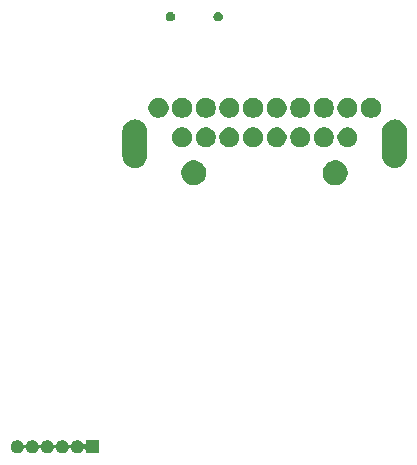
<source format=gbs>
G04 #@! TF.GenerationSoftware,KiCad,Pcbnew,(5.0.1)-4*
G04 #@! TF.CreationDate,2019-04-22T09:15:48+02:00*
G04 #@! TF.ProjectId,wiihdmi_wmi,77696968646D695F776D692E6B696361,rev?*
G04 #@! TF.SameCoordinates,Original*
G04 #@! TF.FileFunction,Soldermask,Bot*
G04 #@! TF.FilePolarity,Negative*
%FSLAX46Y46*%
G04 Gerber Fmt 4.6, Leading zero omitted, Abs format (unit mm)*
G04 Created by KiCad (PCBNEW (5.0.1)-4) date 22.04.2019 09:15:48*
%MOMM*%
%LPD*%
G01*
G04 APERTURE LIST*
%ADD10C,0.100000*%
G04 APERTURE END LIST*
D10*
G36*
X58782015Y-87594973D02*
X58885879Y-87626479D01*
X58981600Y-87677644D01*
X59065501Y-87746499D01*
X59134356Y-87830400D01*
X59185521Y-87926121D01*
X59189383Y-87938854D01*
X59198760Y-87961493D01*
X59212374Y-87981867D01*
X59229701Y-87999194D01*
X59250076Y-88012808D01*
X59272715Y-88022186D01*
X59296748Y-88026966D01*
X59321252Y-88026966D01*
X59345286Y-88022185D01*
X59367925Y-88012808D01*
X59388299Y-87999194D01*
X59405626Y-87981867D01*
X59419240Y-87961492D01*
X59428617Y-87938854D01*
X59432479Y-87926121D01*
X59483644Y-87830400D01*
X59552499Y-87746499D01*
X59636400Y-87677644D01*
X59732121Y-87626479D01*
X59835985Y-87594973D01*
X59916933Y-87587000D01*
X59971067Y-87587000D01*
X60052015Y-87594973D01*
X60155879Y-87626479D01*
X60251600Y-87677644D01*
X60335501Y-87746499D01*
X60404356Y-87830400D01*
X60455521Y-87926121D01*
X60459383Y-87938854D01*
X60468760Y-87961493D01*
X60482374Y-87981867D01*
X60499701Y-87999194D01*
X60520076Y-88012808D01*
X60542715Y-88022186D01*
X60566748Y-88026966D01*
X60591252Y-88026966D01*
X60615286Y-88022185D01*
X60637925Y-88012808D01*
X60658299Y-87999194D01*
X60675626Y-87981867D01*
X60689240Y-87961492D01*
X60698617Y-87938854D01*
X60702479Y-87926121D01*
X60753644Y-87830400D01*
X60822499Y-87746499D01*
X60906400Y-87677644D01*
X61002121Y-87626479D01*
X61105985Y-87594973D01*
X61186933Y-87587000D01*
X61241067Y-87587000D01*
X61322015Y-87594973D01*
X61425879Y-87626479D01*
X61521600Y-87677644D01*
X61605501Y-87746499D01*
X61674356Y-87830400D01*
X61725521Y-87926121D01*
X61729383Y-87938854D01*
X61738760Y-87961493D01*
X61752374Y-87981867D01*
X61769701Y-87999194D01*
X61790076Y-88012808D01*
X61812715Y-88022186D01*
X61836748Y-88026966D01*
X61861252Y-88026966D01*
X61885286Y-88022185D01*
X61907925Y-88012808D01*
X61928299Y-87999194D01*
X61945626Y-87981867D01*
X61959240Y-87961492D01*
X61968617Y-87938854D01*
X61972479Y-87926121D01*
X62023644Y-87830400D01*
X62092499Y-87746499D01*
X62176400Y-87677644D01*
X62272121Y-87626479D01*
X62375985Y-87594973D01*
X62456933Y-87587000D01*
X62511067Y-87587000D01*
X62592015Y-87594973D01*
X62695879Y-87626479D01*
X62791600Y-87677644D01*
X62875501Y-87746499D01*
X62944356Y-87830400D01*
X62995521Y-87926121D01*
X62999383Y-87938854D01*
X63008760Y-87961493D01*
X63022374Y-87981867D01*
X63039701Y-87999194D01*
X63060076Y-88012808D01*
X63082715Y-88022186D01*
X63106748Y-88026966D01*
X63131252Y-88026966D01*
X63155286Y-88022185D01*
X63177925Y-88012808D01*
X63198299Y-87999194D01*
X63215626Y-87981867D01*
X63229240Y-87961492D01*
X63238617Y-87938854D01*
X63242479Y-87926121D01*
X63293644Y-87830400D01*
X63362499Y-87746499D01*
X63446400Y-87677644D01*
X63542121Y-87626479D01*
X63645985Y-87594973D01*
X63726933Y-87587000D01*
X63781067Y-87587000D01*
X63862015Y-87594973D01*
X63965879Y-87626479D01*
X64061600Y-87677644D01*
X64145501Y-87746499D01*
X64214356Y-87830400D01*
X64237766Y-87874195D01*
X64251374Y-87894561D01*
X64268701Y-87911889D01*
X64289076Y-87925502D01*
X64311715Y-87934880D01*
X64335748Y-87939660D01*
X64360252Y-87939660D01*
X64384286Y-87934879D01*
X64406925Y-87925502D01*
X64427299Y-87911888D01*
X64444627Y-87894561D01*
X64458240Y-87874186D01*
X64467618Y-87851547D01*
X64473000Y-87815262D01*
X64473000Y-87587000D01*
X65575000Y-87587000D01*
X65575000Y-88689000D01*
X64473000Y-88689000D01*
X64473000Y-88460738D01*
X64470598Y-88436352D01*
X64463485Y-88412903D01*
X64451934Y-88391292D01*
X64436388Y-88372350D01*
X64417446Y-88356804D01*
X64395835Y-88345253D01*
X64372386Y-88338140D01*
X64348000Y-88335738D01*
X64323614Y-88338140D01*
X64300165Y-88345253D01*
X64278554Y-88356804D01*
X64259612Y-88372350D01*
X64237764Y-88401808D01*
X64214356Y-88445600D01*
X64145501Y-88529501D01*
X64061600Y-88598356D01*
X63965879Y-88649521D01*
X63862015Y-88681027D01*
X63781067Y-88689000D01*
X63726933Y-88689000D01*
X63645985Y-88681027D01*
X63542121Y-88649521D01*
X63446400Y-88598356D01*
X63362499Y-88529501D01*
X63293644Y-88445600D01*
X63242479Y-88349879D01*
X63238615Y-88337142D01*
X63229240Y-88314507D01*
X63215626Y-88294133D01*
X63198299Y-88276806D01*
X63177924Y-88263192D01*
X63155285Y-88253814D01*
X63131252Y-88249034D01*
X63106748Y-88249034D01*
X63082714Y-88253815D01*
X63060075Y-88263192D01*
X63039701Y-88276806D01*
X63022374Y-88294133D01*
X63008760Y-88314508D01*
X62999385Y-88337142D01*
X62995521Y-88349879D01*
X62944356Y-88445600D01*
X62875501Y-88529501D01*
X62791600Y-88598356D01*
X62695879Y-88649521D01*
X62592015Y-88681027D01*
X62511067Y-88689000D01*
X62456933Y-88689000D01*
X62375985Y-88681027D01*
X62272121Y-88649521D01*
X62176400Y-88598356D01*
X62092499Y-88529501D01*
X62023644Y-88445600D01*
X61972479Y-88349879D01*
X61968615Y-88337142D01*
X61959240Y-88314507D01*
X61945626Y-88294133D01*
X61928299Y-88276806D01*
X61907924Y-88263192D01*
X61885285Y-88253814D01*
X61861252Y-88249034D01*
X61836748Y-88249034D01*
X61812714Y-88253815D01*
X61790075Y-88263192D01*
X61769701Y-88276806D01*
X61752374Y-88294133D01*
X61738760Y-88314508D01*
X61729385Y-88337142D01*
X61725521Y-88349879D01*
X61674356Y-88445600D01*
X61605501Y-88529501D01*
X61521600Y-88598356D01*
X61425879Y-88649521D01*
X61322015Y-88681027D01*
X61241067Y-88689000D01*
X61186933Y-88689000D01*
X61105985Y-88681027D01*
X61002121Y-88649521D01*
X60906400Y-88598356D01*
X60822499Y-88529501D01*
X60753644Y-88445600D01*
X60702479Y-88349879D01*
X60698615Y-88337142D01*
X60689240Y-88314507D01*
X60675626Y-88294133D01*
X60658299Y-88276806D01*
X60637924Y-88263192D01*
X60615285Y-88253814D01*
X60591252Y-88249034D01*
X60566748Y-88249034D01*
X60542714Y-88253815D01*
X60520075Y-88263192D01*
X60499701Y-88276806D01*
X60482374Y-88294133D01*
X60468760Y-88314508D01*
X60459385Y-88337142D01*
X60455521Y-88349879D01*
X60404356Y-88445600D01*
X60335501Y-88529501D01*
X60251600Y-88598356D01*
X60155879Y-88649521D01*
X60052015Y-88681027D01*
X59971067Y-88689000D01*
X59916933Y-88689000D01*
X59835985Y-88681027D01*
X59732121Y-88649521D01*
X59636400Y-88598356D01*
X59552499Y-88529501D01*
X59483644Y-88445600D01*
X59432479Y-88349879D01*
X59428615Y-88337142D01*
X59419240Y-88314507D01*
X59405626Y-88294133D01*
X59388299Y-88276806D01*
X59367924Y-88263192D01*
X59345285Y-88253814D01*
X59321252Y-88249034D01*
X59296748Y-88249034D01*
X59272714Y-88253815D01*
X59250075Y-88263192D01*
X59229701Y-88276806D01*
X59212374Y-88294133D01*
X59198760Y-88314508D01*
X59189385Y-88337142D01*
X59185521Y-88349879D01*
X59134356Y-88445600D01*
X59065501Y-88529501D01*
X58981600Y-88598356D01*
X58885879Y-88649521D01*
X58782015Y-88681027D01*
X58701067Y-88689000D01*
X58646933Y-88689000D01*
X58565985Y-88681027D01*
X58462121Y-88649521D01*
X58366400Y-88598356D01*
X58282499Y-88529501D01*
X58213644Y-88445600D01*
X58162479Y-88349879D01*
X58130973Y-88246015D01*
X58120334Y-88138000D01*
X58130973Y-88029985D01*
X58162479Y-87926121D01*
X58213644Y-87830400D01*
X58282499Y-87746499D01*
X58366400Y-87677644D01*
X58462121Y-87626479D01*
X58565985Y-87594973D01*
X58646933Y-87587000D01*
X58701067Y-87587000D01*
X58782015Y-87594973D01*
X58782015Y-87594973D01*
G37*
G36*
X85926565Y-63925389D02*
X86117834Y-64004615D01*
X86289976Y-64119637D01*
X86436363Y-64266024D01*
X86551385Y-64438166D01*
X86630611Y-64629435D01*
X86671000Y-64832484D01*
X86671000Y-65039516D01*
X86630611Y-65242565D01*
X86551385Y-65433834D01*
X86436363Y-65605976D01*
X86289976Y-65752363D01*
X86117834Y-65867385D01*
X85926565Y-65946611D01*
X85723516Y-65987000D01*
X85516484Y-65987000D01*
X85313435Y-65946611D01*
X85122166Y-65867385D01*
X84950024Y-65752363D01*
X84803637Y-65605976D01*
X84688615Y-65433834D01*
X84609389Y-65242565D01*
X84569000Y-65039516D01*
X84569000Y-64832484D01*
X84609389Y-64629435D01*
X84688615Y-64438166D01*
X84803637Y-64266024D01*
X84950024Y-64119637D01*
X85122166Y-64004615D01*
X85313435Y-63925389D01*
X85516484Y-63885000D01*
X85723516Y-63885000D01*
X85926565Y-63925389D01*
X85926565Y-63925389D01*
G37*
G36*
X73926565Y-63925389D02*
X74117834Y-64004615D01*
X74289976Y-64119637D01*
X74436363Y-64266024D01*
X74551385Y-64438166D01*
X74630611Y-64629435D01*
X74671000Y-64832484D01*
X74671000Y-65039516D01*
X74630611Y-65242565D01*
X74551385Y-65433834D01*
X74436363Y-65605976D01*
X74289976Y-65752363D01*
X74117834Y-65867385D01*
X73926565Y-65946611D01*
X73723516Y-65987000D01*
X73516484Y-65987000D01*
X73313435Y-65946611D01*
X73122166Y-65867385D01*
X72950024Y-65752363D01*
X72803637Y-65605976D01*
X72688615Y-65433834D01*
X72609389Y-65242565D01*
X72569000Y-65039516D01*
X72569000Y-64832484D01*
X72609389Y-64629435D01*
X72688615Y-64438166D01*
X72803637Y-64266024D01*
X72950024Y-64119637D01*
X73122166Y-64004615D01*
X73313435Y-63925389D01*
X73516484Y-63885000D01*
X73723516Y-63885000D01*
X73926565Y-63925389D01*
X73926565Y-63925389D01*
G37*
G36*
X68850031Y-60438207D02*
X69048145Y-60498305D01*
X69230729Y-60595897D01*
X69390765Y-60727235D01*
X69390766Y-60727237D01*
X69390768Y-60727238D01*
X69469568Y-60823257D01*
X69522103Y-60887271D01*
X69619695Y-61069854D01*
X69679793Y-61267968D01*
X69695000Y-61422370D01*
X69695000Y-63525630D01*
X69679793Y-63680032D01*
X69619695Y-63878146D01*
X69619694Y-63878148D01*
X69612959Y-63890749D01*
X69522103Y-64060729D01*
X69390765Y-64220765D01*
X69230729Y-64352103D01*
X69048146Y-64449695D01*
X68850032Y-64509793D01*
X68644000Y-64530085D01*
X68437969Y-64509793D01*
X68239855Y-64449695D01*
X68057272Y-64352103D01*
X67897236Y-64220765D01*
X67765898Y-64060729D01*
X67675042Y-63890749D01*
X67668307Y-63878148D01*
X67668306Y-63878146D01*
X67608208Y-63680032D01*
X67593001Y-63525630D01*
X67593000Y-61422371D01*
X67608207Y-61267969D01*
X67668305Y-61069855D01*
X67765897Y-60887271D01*
X67897235Y-60727235D01*
X67897237Y-60727234D01*
X67897238Y-60727232D01*
X68057269Y-60595899D01*
X68057271Y-60595897D01*
X68239854Y-60498305D01*
X68437968Y-60438207D01*
X68644000Y-60417915D01*
X68850031Y-60438207D01*
X68850031Y-60438207D01*
G37*
G36*
X90850031Y-60438207D02*
X91048145Y-60498305D01*
X91230729Y-60595897D01*
X91390765Y-60727235D01*
X91390766Y-60727237D01*
X91390768Y-60727238D01*
X91469568Y-60823257D01*
X91522103Y-60887271D01*
X91619695Y-61069854D01*
X91679793Y-61267968D01*
X91695000Y-61422370D01*
X91695000Y-63525630D01*
X91679793Y-63680032D01*
X91619695Y-63878146D01*
X91619694Y-63878148D01*
X91612959Y-63890749D01*
X91522103Y-64060729D01*
X91390765Y-64220765D01*
X91230729Y-64352103D01*
X91048146Y-64449695D01*
X90850032Y-64509793D01*
X90644000Y-64530085D01*
X90437969Y-64509793D01*
X90239855Y-64449695D01*
X90057272Y-64352103D01*
X89897236Y-64220765D01*
X89765898Y-64060729D01*
X89675042Y-63890749D01*
X89668307Y-63878148D01*
X89668306Y-63878146D01*
X89608208Y-63680032D01*
X89593001Y-63525630D01*
X89593000Y-61422371D01*
X89608207Y-61267969D01*
X89668305Y-61069855D01*
X89765897Y-60887271D01*
X89897235Y-60727235D01*
X89897237Y-60727234D01*
X89897238Y-60727232D01*
X90057269Y-60595899D01*
X90057271Y-60595897D01*
X90239854Y-60498305D01*
X90437968Y-60438207D01*
X90644000Y-60417915D01*
X90850031Y-60438207D01*
X90850031Y-60438207D01*
G37*
G36*
X72892228Y-61117703D02*
X73047100Y-61181853D01*
X73186481Y-61274985D01*
X73305015Y-61393519D01*
X73398147Y-61532900D01*
X73462297Y-61687772D01*
X73495000Y-61852184D01*
X73495000Y-62019816D01*
X73462297Y-62184228D01*
X73398147Y-62339100D01*
X73305015Y-62478481D01*
X73186481Y-62597015D01*
X73047100Y-62690147D01*
X72892228Y-62754297D01*
X72727816Y-62787000D01*
X72560184Y-62787000D01*
X72395772Y-62754297D01*
X72240900Y-62690147D01*
X72101519Y-62597015D01*
X71982985Y-62478481D01*
X71889853Y-62339100D01*
X71825703Y-62184228D01*
X71793000Y-62019816D01*
X71793000Y-61852184D01*
X71825703Y-61687772D01*
X71889853Y-61532900D01*
X71982985Y-61393519D01*
X72101519Y-61274985D01*
X72240900Y-61181853D01*
X72395772Y-61117703D01*
X72560184Y-61085000D01*
X72727816Y-61085000D01*
X72892228Y-61117703D01*
X72892228Y-61117703D01*
G37*
G36*
X74892228Y-61117703D02*
X75047100Y-61181853D01*
X75186481Y-61274985D01*
X75305015Y-61393519D01*
X75398147Y-61532900D01*
X75462297Y-61687772D01*
X75495000Y-61852184D01*
X75495000Y-62019816D01*
X75462297Y-62184228D01*
X75398147Y-62339100D01*
X75305015Y-62478481D01*
X75186481Y-62597015D01*
X75047100Y-62690147D01*
X74892228Y-62754297D01*
X74727816Y-62787000D01*
X74560184Y-62787000D01*
X74395772Y-62754297D01*
X74240900Y-62690147D01*
X74101519Y-62597015D01*
X73982985Y-62478481D01*
X73889853Y-62339100D01*
X73825703Y-62184228D01*
X73793000Y-62019816D01*
X73793000Y-61852184D01*
X73825703Y-61687772D01*
X73889853Y-61532900D01*
X73982985Y-61393519D01*
X74101519Y-61274985D01*
X74240900Y-61181853D01*
X74395772Y-61117703D01*
X74560184Y-61085000D01*
X74727816Y-61085000D01*
X74892228Y-61117703D01*
X74892228Y-61117703D01*
G37*
G36*
X84892228Y-61117703D02*
X85047100Y-61181853D01*
X85186481Y-61274985D01*
X85305015Y-61393519D01*
X85398147Y-61532900D01*
X85462297Y-61687772D01*
X85495000Y-61852184D01*
X85495000Y-62019816D01*
X85462297Y-62184228D01*
X85398147Y-62339100D01*
X85305015Y-62478481D01*
X85186481Y-62597015D01*
X85047100Y-62690147D01*
X84892228Y-62754297D01*
X84727816Y-62787000D01*
X84560184Y-62787000D01*
X84395772Y-62754297D01*
X84240900Y-62690147D01*
X84101519Y-62597015D01*
X83982985Y-62478481D01*
X83889853Y-62339100D01*
X83825703Y-62184228D01*
X83793000Y-62019816D01*
X83793000Y-61852184D01*
X83825703Y-61687772D01*
X83889853Y-61532900D01*
X83982985Y-61393519D01*
X84101519Y-61274985D01*
X84240900Y-61181853D01*
X84395772Y-61117703D01*
X84560184Y-61085000D01*
X84727816Y-61085000D01*
X84892228Y-61117703D01*
X84892228Y-61117703D01*
G37*
G36*
X78892228Y-61117703D02*
X79047100Y-61181853D01*
X79186481Y-61274985D01*
X79305015Y-61393519D01*
X79398147Y-61532900D01*
X79462297Y-61687772D01*
X79495000Y-61852184D01*
X79495000Y-62019816D01*
X79462297Y-62184228D01*
X79398147Y-62339100D01*
X79305015Y-62478481D01*
X79186481Y-62597015D01*
X79047100Y-62690147D01*
X78892228Y-62754297D01*
X78727816Y-62787000D01*
X78560184Y-62787000D01*
X78395772Y-62754297D01*
X78240900Y-62690147D01*
X78101519Y-62597015D01*
X77982985Y-62478481D01*
X77889853Y-62339100D01*
X77825703Y-62184228D01*
X77793000Y-62019816D01*
X77793000Y-61852184D01*
X77825703Y-61687772D01*
X77889853Y-61532900D01*
X77982985Y-61393519D01*
X78101519Y-61274985D01*
X78240900Y-61181853D01*
X78395772Y-61117703D01*
X78560184Y-61085000D01*
X78727816Y-61085000D01*
X78892228Y-61117703D01*
X78892228Y-61117703D01*
G37*
G36*
X82892228Y-61117703D02*
X83047100Y-61181853D01*
X83186481Y-61274985D01*
X83305015Y-61393519D01*
X83398147Y-61532900D01*
X83462297Y-61687772D01*
X83495000Y-61852184D01*
X83495000Y-62019816D01*
X83462297Y-62184228D01*
X83398147Y-62339100D01*
X83305015Y-62478481D01*
X83186481Y-62597015D01*
X83047100Y-62690147D01*
X82892228Y-62754297D01*
X82727816Y-62787000D01*
X82560184Y-62787000D01*
X82395772Y-62754297D01*
X82240900Y-62690147D01*
X82101519Y-62597015D01*
X81982985Y-62478481D01*
X81889853Y-62339100D01*
X81825703Y-62184228D01*
X81793000Y-62019816D01*
X81793000Y-61852184D01*
X81825703Y-61687772D01*
X81889853Y-61532900D01*
X81982985Y-61393519D01*
X82101519Y-61274985D01*
X82240900Y-61181853D01*
X82395772Y-61117703D01*
X82560184Y-61085000D01*
X82727816Y-61085000D01*
X82892228Y-61117703D01*
X82892228Y-61117703D01*
G37*
G36*
X80892228Y-61117703D02*
X81047100Y-61181853D01*
X81186481Y-61274985D01*
X81305015Y-61393519D01*
X81398147Y-61532900D01*
X81462297Y-61687772D01*
X81495000Y-61852184D01*
X81495000Y-62019816D01*
X81462297Y-62184228D01*
X81398147Y-62339100D01*
X81305015Y-62478481D01*
X81186481Y-62597015D01*
X81047100Y-62690147D01*
X80892228Y-62754297D01*
X80727816Y-62787000D01*
X80560184Y-62787000D01*
X80395772Y-62754297D01*
X80240900Y-62690147D01*
X80101519Y-62597015D01*
X79982985Y-62478481D01*
X79889853Y-62339100D01*
X79825703Y-62184228D01*
X79793000Y-62019816D01*
X79793000Y-61852184D01*
X79825703Y-61687772D01*
X79889853Y-61532900D01*
X79982985Y-61393519D01*
X80101519Y-61274985D01*
X80240900Y-61181853D01*
X80395772Y-61117703D01*
X80560184Y-61085000D01*
X80727816Y-61085000D01*
X80892228Y-61117703D01*
X80892228Y-61117703D01*
G37*
G36*
X86892228Y-61117703D02*
X87047100Y-61181853D01*
X87186481Y-61274985D01*
X87305015Y-61393519D01*
X87398147Y-61532900D01*
X87462297Y-61687772D01*
X87495000Y-61852184D01*
X87495000Y-62019816D01*
X87462297Y-62184228D01*
X87398147Y-62339100D01*
X87305015Y-62478481D01*
X87186481Y-62597015D01*
X87047100Y-62690147D01*
X86892228Y-62754297D01*
X86727816Y-62787000D01*
X86560184Y-62787000D01*
X86395772Y-62754297D01*
X86240900Y-62690147D01*
X86101519Y-62597015D01*
X85982985Y-62478481D01*
X85889853Y-62339100D01*
X85825703Y-62184228D01*
X85793000Y-62019816D01*
X85793000Y-61852184D01*
X85825703Y-61687772D01*
X85889853Y-61532900D01*
X85982985Y-61393519D01*
X86101519Y-61274985D01*
X86240900Y-61181853D01*
X86395772Y-61117703D01*
X86560184Y-61085000D01*
X86727816Y-61085000D01*
X86892228Y-61117703D01*
X86892228Y-61117703D01*
G37*
G36*
X76892228Y-61117703D02*
X77047100Y-61181853D01*
X77186481Y-61274985D01*
X77305015Y-61393519D01*
X77398147Y-61532900D01*
X77462297Y-61687772D01*
X77495000Y-61852184D01*
X77495000Y-62019816D01*
X77462297Y-62184228D01*
X77398147Y-62339100D01*
X77305015Y-62478481D01*
X77186481Y-62597015D01*
X77047100Y-62690147D01*
X76892228Y-62754297D01*
X76727816Y-62787000D01*
X76560184Y-62787000D01*
X76395772Y-62754297D01*
X76240900Y-62690147D01*
X76101519Y-62597015D01*
X75982985Y-62478481D01*
X75889853Y-62339100D01*
X75825703Y-62184228D01*
X75793000Y-62019816D01*
X75793000Y-61852184D01*
X75825703Y-61687772D01*
X75889853Y-61532900D01*
X75982985Y-61393519D01*
X76101519Y-61274985D01*
X76240900Y-61181853D01*
X76395772Y-61117703D01*
X76560184Y-61085000D01*
X76727816Y-61085000D01*
X76892228Y-61117703D01*
X76892228Y-61117703D01*
G37*
G36*
X70892228Y-58617703D02*
X71047100Y-58681853D01*
X71186481Y-58774985D01*
X71305015Y-58893519D01*
X71398147Y-59032900D01*
X71462297Y-59187772D01*
X71495000Y-59352184D01*
X71495000Y-59519816D01*
X71462297Y-59684228D01*
X71398147Y-59839100D01*
X71305015Y-59978481D01*
X71186481Y-60097015D01*
X71047100Y-60190147D01*
X70892228Y-60254297D01*
X70727816Y-60287000D01*
X70560184Y-60287000D01*
X70395772Y-60254297D01*
X70240900Y-60190147D01*
X70101519Y-60097015D01*
X69982985Y-59978481D01*
X69889853Y-59839100D01*
X69825703Y-59684228D01*
X69793000Y-59519816D01*
X69793000Y-59352184D01*
X69825703Y-59187772D01*
X69889853Y-59032900D01*
X69982985Y-58893519D01*
X70101519Y-58774985D01*
X70240900Y-58681853D01*
X70395772Y-58617703D01*
X70560184Y-58585000D01*
X70727816Y-58585000D01*
X70892228Y-58617703D01*
X70892228Y-58617703D01*
G37*
G36*
X72892228Y-58617703D02*
X73047100Y-58681853D01*
X73186481Y-58774985D01*
X73305015Y-58893519D01*
X73398147Y-59032900D01*
X73462297Y-59187772D01*
X73495000Y-59352184D01*
X73495000Y-59519816D01*
X73462297Y-59684228D01*
X73398147Y-59839100D01*
X73305015Y-59978481D01*
X73186481Y-60097015D01*
X73047100Y-60190147D01*
X72892228Y-60254297D01*
X72727816Y-60287000D01*
X72560184Y-60287000D01*
X72395772Y-60254297D01*
X72240900Y-60190147D01*
X72101519Y-60097015D01*
X71982985Y-59978481D01*
X71889853Y-59839100D01*
X71825703Y-59684228D01*
X71793000Y-59519816D01*
X71793000Y-59352184D01*
X71825703Y-59187772D01*
X71889853Y-59032900D01*
X71982985Y-58893519D01*
X72101519Y-58774985D01*
X72240900Y-58681853D01*
X72395772Y-58617703D01*
X72560184Y-58585000D01*
X72727816Y-58585000D01*
X72892228Y-58617703D01*
X72892228Y-58617703D01*
G37*
G36*
X74892228Y-58617703D02*
X75047100Y-58681853D01*
X75186481Y-58774985D01*
X75305015Y-58893519D01*
X75398147Y-59032900D01*
X75462297Y-59187772D01*
X75495000Y-59352184D01*
X75495000Y-59519816D01*
X75462297Y-59684228D01*
X75398147Y-59839100D01*
X75305015Y-59978481D01*
X75186481Y-60097015D01*
X75047100Y-60190147D01*
X74892228Y-60254297D01*
X74727816Y-60287000D01*
X74560184Y-60287000D01*
X74395772Y-60254297D01*
X74240900Y-60190147D01*
X74101519Y-60097015D01*
X73982985Y-59978481D01*
X73889853Y-59839100D01*
X73825703Y-59684228D01*
X73793000Y-59519816D01*
X73793000Y-59352184D01*
X73825703Y-59187772D01*
X73889853Y-59032900D01*
X73982985Y-58893519D01*
X74101519Y-58774985D01*
X74240900Y-58681853D01*
X74395772Y-58617703D01*
X74560184Y-58585000D01*
X74727816Y-58585000D01*
X74892228Y-58617703D01*
X74892228Y-58617703D01*
G37*
G36*
X76892228Y-58617703D02*
X77047100Y-58681853D01*
X77186481Y-58774985D01*
X77305015Y-58893519D01*
X77398147Y-59032900D01*
X77462297Y-59187772D01*
X77495000Y-59352184D01*
X77495000Y-59519816D01*
X77462297Y-59684228D01*
X77398147Y-59839100D01*
X77305015Y-59978481D01*
X77186481Y-60097015D01*
X77047100Y-60190147D01*
X76892228Y-60254297D01*
X76727816Y-60287000D01*
X76560184Y-60287000D01*
X76395772Y-60254297D01*
X76240900Y-60190147D01*
X76101519Y-60097015D01*
X75982985Y-59978481D01*
X75889853Y-59839100D01*
X75825703Y-59684228D01*
X75793000Y-59519816D01*
X75793000Y-59352184D01*
X75825703Y-59187772D01*
X75889853Y-59032900D01*
X75982985Y-58893519D01*
X76101519Y-58774985D01*
X76240900Y-58681853D01*
X76395772Y-58617703D01*
X76560184Y-58585000D01*
X76727816Y-58585000D01*
X76892228Y-58617703D01*
X76892228Y-58617703D01*
G37*
G36*
X80892228Y-58617703D02*
X81047100Y-58681853D01*
X81186481Y-58774985D01*
X81305015Y-58893519D01*
X81398147Y-59032900D01*
X81462297Y-59187772D01*
X81495000Y-59352184D01*
X81495000Y-59519816D01*
X81462297Y-59684228D01*
X81398147Y-59839100D01*
X81305015Y-59978481D01*
X81186481Y-60097015D01*
X81047100Y-60190147D01*
X80892228Y-60254297D01*
X80727816Y-60287000D01*
X80560184Y-60287000D01*
X80395772Y-60254297D01*
X80240900Y-60190147D01*
X80101519Y-60097015D01*
X79982985Y-59978481D01*
X79889853Y-59839100D01*
X79825703Y-59684228D01*
X79793000Y-59519816D01*
X79793000Y-59352184D01*
X79825703Y-59187772D01*
X79889853Y-59032900D01*
X79982985Y-58893519D01*
X80101519Y-58774985D01*
X80240900Y-58681853D01*
X80395772Y-58617703D01*
X80560184Y-58585000D01*
X80727816Y-58585000D01*
X80892228Y-58617703D01*
X80892228Y-58617703D01*
G37*
G36*
X88892228Y-58617703D02*
X89047100Y-58681853D01*
X89186481Y-58774985D01*
X89305015Y-58893519D01*
X89398147Y-59032900D01*
X89462297Y-59187772D01*
X89495000Y-59352184D01*
X89495000Y-59519816D01*
X89462297Y-59684228D01*
X89398147Y-59839100D01*
X89305015Y-59978481D01*
X89186481Y-60097015D01*
X89047100Y-60190147D01*
X88892228Y-60254297D01*
X88727816Y-60287000D01*
X88560184Y-60287000D01*
X88395772Y-60254297D01*
X88240900Y-60190147D01*
X88101519Y-60097015D01*
X87982985Y-59978481D01*
X87889853Y-59839100D01*
X87825703Y-59684228D01*
X87793000Y-59519816D01*
X87793000Y-59352184D01*
X87825703Y-59187772D01*
X87889853Y-59032900D01*
X87982985Y-58893519D01*
X88101519Y-58774985D01*
X88240900Y-58681853D01*
X88395772Y-58617703D01*
X88560184Y-58585000D01*
X88727816Y-58585000D01*
X88892228Y-58617703D01*
X88892228Y-58617703D01*
G37*
G36*
X86892228Y-58617703D02*
X87047100Y-58681853D01*
X87186481Y-58774985D01*
X87305015Y-58893519D01*
X87398147Y-59032900D01*
X87462297Y-59187772D01*
X87495000Y-59352184D01*
X87495000Y-59519816D01*
X87462297Y-59684228D01*
X87398147Y-59839100D01*
X87305015Y-59978481D01*
X87186481Y-60097015D01*
X87047100Y-60190147D01*
X86892228Y-60254297D01*
X86727816Y-60287000D01*
X86560184Y-60287000D01*
X86395772Y-60254297D01*
X86240900Y-60190147D01*
X86101519Y-60097015D01*
X85982985Y-59978481D01*
X85889853Y-59839100D01*
X85825703Y-59684228D01*
X85793000Y-59519816D01*
X85793000Y-59352184D01*
X85825703Y-59187772D01*
X85889853Y-59032900D01*
X85982985Y-58893519D01*
X86101519Y-58774985D01*
X86240900Y-58681853D01*
X86395772Y-58617703D01*
X86560184Y-58585000D01*
X86727816Y-58585000D01*
X86892228Y-58617703D01*
X86892228Y-58617703D01*
G37*
G36*
X84892228Y-58617703D02*
X85047100Y-58681853D01*
X85186481Y-58774985D01*
X85305015Y-58893519D01*
X85398147Y-59032900D01*
X85462297Y-59187772D01*
X85495000Y-59352184D01*
X85495000Y-59519816D01*
X85462297Y-59684228D01*
X85398147Y-59839100D01*
X85305015Y-59978481D01*
X85186481Y-60097015D01*
X85047100Y-60190147D01*
X84892228Y-60254297D01*
X84727816Y-60287000D01*
X84560184Y-60287000D01*
X84395772Y-60254297D01*
X84240900Y-60190147D01*
X84101519Y-60097015D01*
X83982985Y-59978481D01*
X83889853Y-59839100D01*
X83825703Y-59684228D01*
X83793000Y-59519816D01*
X83793000Y-59352184D01*
X83825703Y-59187772D01*
X83889853Y-59032900D01*
X83982985Y-58893519D01*
X84101519Y-58774985D01*
X84240900Y-58681853D01*
X84395772Y-58617703D01*
X84560184Y-58585000D01*
X84727816Y-58585000D01*
X84892228Y-58617703D01*
X84892228Y-58617703D01*
G37*
G36*
X82892228Y-58617703D02*
X83047100Y-58681853D01*
X83186481Y-58774985D01*
X83305015Y-58893519D01*
X83398147Y-59032900D01*
X83462297Y-59187772D01*
X83495000Y-59352184D01*
X83495000Y-59519816D01*
X83462297Y-59684228D01*
X83398147Y-59839100D01*
X83305015Y-59978481D01*
X83186481Y-60097015D01*
X83047100Y-60190147D01*
X82892228Y-60254297D01*
X82727816Y-60287000D01*
X82560184Y-60287000D01*
X82395772Y-60254297D01*
X82240900Y-60190147D01*
X82101519Y-60097015D01*
X81982985Y-59978481D01*
X81889853Y-59839100D01*
X81825703Y-59684228D01*
X81793000Y-59519816D01*
X81793000Y-59352184D01*
X81825703Y-59187772D01*
X81889853Y-59032900D01*
X81982985Y-58893519D01*
X82101519Y-58774985D01*
X82240900Y-58681853D01*
X82395772Y-58617703D01*
X82560184Y-58585000D01*
X82727816Y-58585000D01*
X82892228Y-58617703D01*
X82892228Y-58617703D01*
G37*
G36*
X78892228Y-58617703D02*
X79047100Y-58681853D01*
X79186481Y-58774985D01*
X79305015Y-58893519D01*
X79398147Y-59032900D01*
X79462297Y-59187772D01*
X79495000Y-59352184D01*
X79495000Y-59519816D01*
X79462297Y-59684228D01*
X79398147Y-59839100D01*
X79305015Y-59978481D01*
X79186481Y-60097015D01*
X79047100Y-60190147D01*
X78892228Y-60254297D01*
X78727816Y-60287000D01*
X78560184Y-60287000D01*
X78395772Y-60254297D01*
X78240900Y-60190147D01*
X78101519Y-60097015D01*
X77982985Y-59978481D01*
X77889853Y-59839100D01*
X77825703Y-59684228D01*
X77793000Y-59519816D01*
X77793000Y-59352184D01*
X77825703Y-59187772D01*
X77889853Y-59032900D01*
X77982985Y-58893519D01*
X78101519Y-58774985D01*
X78240900Y-58681853D01*
X78395772Y-58617703D01*
X78560184Y-58585000D01*
X78727816Y-58585000D01*
X78892228Y-58617703D01*
X78892228Y-58617703D01*
G37*
G36*
X75770319Y-51320137D02*
X75821967Y-51330410D01*
X75894945Y-51360639D01*
X75960625Y-51404525D01*
X76016475Y-51460375D01*
X76016477Y-51460378D01*
X76060361Y-51526055D01*
X76090590Y-51599033D01*
X76106000Y-51676505D01*
X76106000Y-51755495D01*
X76090590Y-51832967D01*
X76060361Y-51905945D01*
X76016475Y-51971625D01*
X75960625Y-52027475D01*
X75960622Y-52027477D01*
X75894945Y-52071361D01*
X75821967Y-52101590D01*
X75770319Y-52111863D01*
X75744496Y-52117000D01*
X75665504Y-52117000D01*
X75639681Y-52111863D01*
X75588033Y-52101590D01*
X75515055Y-52071361D01*
X75449378Y-52027477D01*
X75449375Y-52027475D01*
X75393525Y-51971625D01*
X75349639Y-51905945D01*
X75319410Y-51832967D01*
X75304000Y-51755495D01*
X75304000Y-51676505D01*
X75319410Y-51599033D01*
X75349639Y-51526055D01*
X75393523Y-51460378D01*
X75393525Y-51460375D01*
X75449375Y-51404525D01*
X75515055Y-51360639D01*
X75588033Y-51330410D01*
X75639681Y-51320137D01*
X75665504Y-51315000D01*
X75744496Y-51315000D01*
X75770319Y-51320137D01*
X75770319Y-51320137D01*
G37*
G36*
X71720319Y-51320137D02*
X71771967Y-51330410D01*
X71844945Y-51360639D01*
X71910625Y-51404525D01*
X71966475Y-51460375D01*
X71966477Y-51460378D01*
X72010361Y-51526055D01*
X72040590Y-51599033D01*
X72056000Y-51676505D01*
X72056000Y-51755495D01*
X72040590Y-51832967D01*
X72010361Y-51905945D01*
X71966475Y-51971625D01*
X71910625Y-52027475D01*
X71910622Y-52027477D01*
X71844945Y-52071361D01*
X71771967Y-52101590D01*
X71720319Y-52111863D01*
X71694496Y-52117000D01*
X71615504Y-52117000D01*
X71589681Y-52111863D01*
X71538033Y-52101590D01*
X71465055Y-52071361D01*
X71399378Y-52027477D01*
X71399375Y-52027475D01*
X71343525Y-51971625D01*
X71299639Y-51905945D01*
X71269410Y-51832967D01*
X71254000Y-51755495D01*
X71254000Y-51676505D01*
X71269410Y-51599033D01*
X71299639Y-51526055D01*
X71343523Y-51460378D01*
X71343525Y-51460375D01*
X71399375Y-51404525D01*
X71465055Y-51360639D01*
X71538033Y-51330410D01*
X71589681Y-51320137D01*
X71615504Y-51315000D01*
X71694496Y-51315000D01*
X71720319Y-51320137D01*
X71720319Y-51320137D01*
G37*
M02*

</source>
